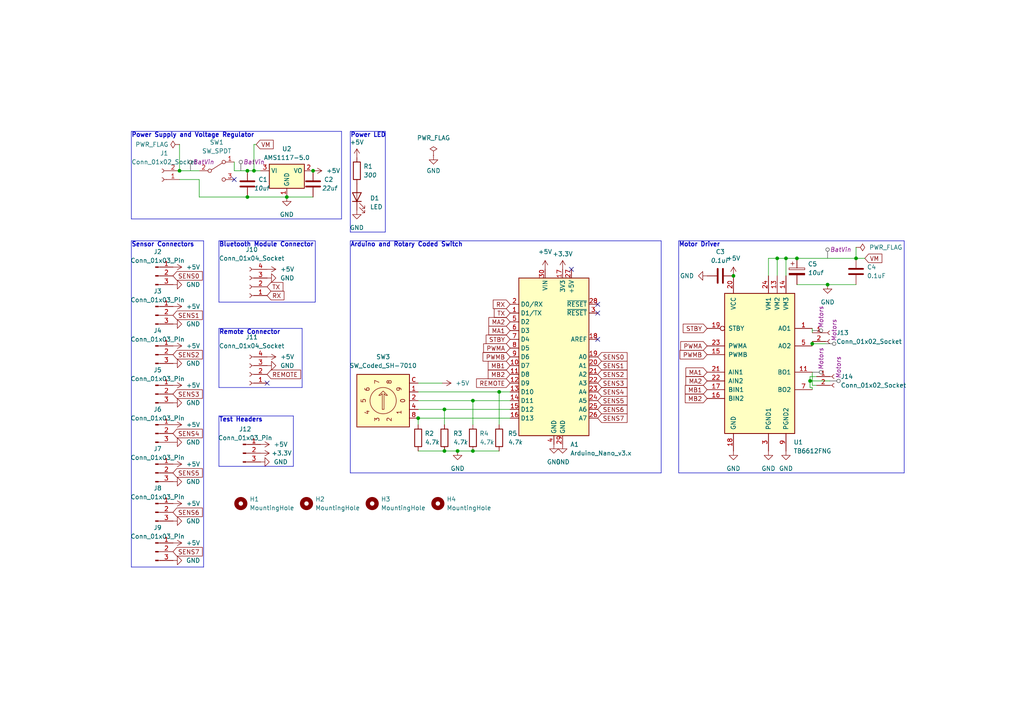
<source format=kicad_sch>
(kicad_sch (version 20230121) (generator eeschema)
  (paper "A4")
  (title_block (title "DenjuDivision_Tei_Minisumo_Board") (date "2024-01-13") (rev "1") (company "DENJU DIVISION") (comment 1 "Design by: Tenkai Cruz") (comment 2 "@tenn.bots"))
  (lib_symbols
    (symbol "Connector:Conn_01x02_Socket" (pin_names (offset 1.016) hide)
      (property "Reference" "J" (at 0 2.54 0))
      (property "Value" "Conn_01x02_Socket" (at 0 -5.08 0))
      (symbol "Conn_01x02_Socket_1_1"
        (arc (start 0 -2.032) (mid -0.5058 -2.54) (end 0 -3.048) (stroke (width 0.1524)))
        (polyline (pts (xy -1.27 -2.54) (xy -0.508 -2.54)) (stroke (width 0.1524)))
        (polyline (pts (xy -1.27 0) (xy -0.508 0)) (stroke (width 0.1524)))
        (arc (start 0 0.508) (mid -0.5058 0) (end 0 -0.508) (stroke (width 0.1524)))
        (pin passive line (at -5.08 0 0) (length 3.81) (name "Pin_1") (number "1"))
        (pin passive line (at -5.08 -2.54 0) (length 3.81) (name "Pin_2") (number "2"))
      )
    )
    (symbol "Connector:Conn_01x03_Pin" (pin_names (offset 1.016) hide)
      (property "Reference" "J" (at 0 5.08 0))
      (property "Value" "Conn_01x03_Pin" (at 0 -5.08 0))
      (symbol "Conn_01x03_Pin_1_1"
        (polyline (pts (xy 1.27 -2.54) (xy 0.8636 -2.54)) (stroke (width 0.1524)))
        (polyline (pts (xy 1.27 0) (xy 0.8636 0)) (stroke (width 0.1524)))
        (polyline (pts (xy 1.27 2.54) (xy 0.8636 2.54)) (stroke (width 0.1524)))
        (rectangle (start 0.8636 -2.413) (end 0 -2.667) (stroke (width 0.1524)) (fill (type outline)))
        (rectangle (start 0.8636 0.127) (end 0 -0.127) (stroke (width 0.1524)) (fill (type outline)))
        (rectangle (start 0.8636 2.667) (end 0 2.413) (stroke (width 0.1524)) (fill (type outline)))
        (pin passive line (at 5.08 2.54 180) (length 3.81) (name "Pin_1") (number "1"))
        (pin passive line (at 5.08 0 180) (length 3.81) (name "Pin_2") (number "2"))
        (pin passive line (at 5.08 -2.54 180) (length 3.81) (name "Pin_3") (number "3"))
      )
    )
    (symbol "Connector:Conn_01x04_Socket" (pin_names (offset 1.016) hide)
      (property "Reference" "J" (at 0 5.08 0))
      (property "Value" "Conn_01x04_Socket" (at 0 -7.62 0))
      (symbol "Conn_01x04_Socket_1_1"
        (arc (start 0 -4.572) (mid -0.5058 -5.08) (end 0 -5.588) (stroke (width 0.1524)))
        (arc (start 0 -2.032) (mid -0.5058 -2.54) (end 0 -3.048) (stroke (width 0.1524)))
        (polyline (pts (xy -1.27 -5.08) (xy -0.508 -5.08)) (stroke (width 0.1524)))
        (polyline (pts (xy -1.27 -2.54) (xy -0.508 -2.54)) (stroke (width 0.1524)))
        (polyline (pts (xy -1.27 0) (xy -0.508 0)) (stroke (width 0.1524)))
        (polyline (pts (xy -1.27 2.54) (xy -0.508 2.54)) (stroke (width 0.1524)))
        (arc (start 0 0.508) (mid -0.5058 0) (end 0 -0.508) (stroke (width 0.1524)))
        (arc (start 0 3.048) (mid -0.5058 2.54) (end 0 2.032) (stroke (width 0.1524)))
        (pin passive line (at -5.08 2.54 0) (length 3.81) (name "Pin_1") (number "1"))
        (pin passive line (at -5.08 0 0) (length 3.81) (name "Pin_2") (number "2"))
        (pin passive line (at -5.08 -2.54 0) (length 3.81) (name "Pin_3") (number "3"))
        (pin passive line (at -5.08 -5.08 0) (length 3.81) (name "Pin_4") (number "4"))
      )
    )
    (symbol "Device:C" (pin_numbers hide) (pin_names (offset 0.254))
      (property "Reference" "C" (at 0.635 2.54 0))
      (property "Value" "C" (at 0.635 -2.54 0))
      (symbol "C_0_1"
        (polyline (pts (xy -2.032 -0.762) (xy 2.032 -0.762)) (stroke (width 0.508)))
        (polyline (pts (xy -2.032 0.762) (xy 2.032 0.762)) (stroke (width 0.508)))
      )
      (symbol "C_1_1"
        (pin passive line (at 0 3.81 270) (length 2.794) (name "~") (number "1"))
        (pin passive line (at 0 -3.81 90) (length 2.794) (name "~") (number "2"))
      )
    )
    (symbol "Device:C_Polarized" (pin_numbers hide) (pin_names (offset 0.254))
      (property "Reference" "C" (at 0.635 2.54 0))
      (property "Value" "C_Polarized" (at 0.635 -2.54 0))
      (symbol "C_Polarized_0_1"
        (rectangle (start -2.286 0.508) (end 2.286 1.016))
        (polyline (pts (xy -1.778 2.286) (xy -0.762 2.286)))
        (polyline (pts (xy -1.27 2.794) (xy -1.27 1.778)))
        (rectangle (start 2.286 -0.508) (end -2.286 -1.016) (fill (type outline)))
      )
      (symbol "C_Polarized_1_1"
        (pin passive line (at 0 3.81 270) (length 2.794) (name "~") (number "1"))
        (pin passive line (at 0 -3.81 90) (length 2.794) (name "~") (number "2"))
      )
    )
    (symbol "Device:LED" (pin_numbers hide) (pin_names (offset 1.016) hide)
      (property "Reference" "D" (at 0 2.54 0))
      (property "Value" "LED" (at 0 -2.54 0))
      (symbol "LED_0_1"
        (polyline (pts (xy -1.27 -1.27) (xy -1.27 1.27)) (stroke (width 0.254)))
        (polyline (pts (xy -1.27 0) (xy 1.27 0)))
        (polyline (pts (xy 1.27 -1.27) (xy 1.27 1.27) (xy -1.27 0) (xy 1.27 -1.27)) (stroke (width 0.254)))
        (polyline (pts (xy -3.048 -0.762) (xy -4.572 -2.286) (xy -3.81 -2.286) (xy -4.572 -2.286) (xy -4.572 -1.524)))
        (polyline (pts (xy -1.778 -0.762) (xy -3.302 -2.286) (xy -2.54 -2.286) (xy -3.302 -2.286) (xy -3.302 -1.524)))
      )
      (symbol "LED_1_1"
        (pin passive line (at -3.81 0 0) (length 2.54) (name "K") (number "1"))
        (pin passive line (at 3.81 0 180) (length 2.54) (name "A") (number "2"))
      )
    )
    (symbol "Device:R" (pin_numbers hide) (pin_names (offset 0))
      (property "Reference" "R" (at 2.032 0 90))
      (property "Value" "R" (at 0 0 90))
      (symbol "R_0_1"
        (rectangle (start -1.016 -2.54) (end 1.016 2.54) (stroke (width 0.254)))
      )
      (symbol "R_1_1"
        (pin passive line (at 0 3.81 270) (length 1.27) (name "~") (number "1"))
        (pin passive line (at 0 -3.81 90) (length 1.27) (name "~") (number "2"))
      )
    )
    (symbol "Driver_Motor:TB6612FNG" (pin_names (offset 1.016))
      (property "Reference" "U" (at 11.43 17.78 0))
      (property "Value" "TB6612FNG" (at 11.43 15.24 0))
      (symbol "TB6612FNG_0_1"
        (rectangle (start -10.16 20.32) (end 10.16 -20.32) (stroke (width 0.254)) (fill (type background)))
      )
      (symbol "TB6612FNG_1_1"
        (pin output line (at 15.24 10.16 180) (length 5.08) (name "AO1") (number "1"))
        (pin passive line (at 7.62 -25.4 90) (length 5.08) hide (name "PGND2") (number "10"))
        (pin output line (at 15.24 -2.54 180) (length 5.08) (name "BO1") (number "11"))
        (pin passive line (at 15.24 -2.54 180) (length 5.08) hide (name "BO1") (number "12"))
        (pin power_in line (at 5.08 25.4 270) (length 5.08) (name "VM2") (number "13"))
        (pin power_in line (at 7.62 25.4 270) (length 5.08) (name "VM3") (number "14"))
        (pin input line (at -15.24 2.54 0) (length 5.08) (name "PWMB") (number "15"))
        (pin input line (at -15.24 -10.16 0) (length 5.08) (name "BIN2") (number "16"))
        (pin input line (at -15.24 -7.62 0) (length 5.08) (name "BIN1") (number "17"))
        (pin power_in line (at -7.62 -25.4 90) (length 5.08) (name "GND") (number "18"))
        (pin input inverted (at -15.24 10.16 0) (length 5.08) (name "STBY") (number "19"))
        (pin passive line (at 15.24 10.16 180) (length 5.08) hide (name "AO1") (number "2"))
        (pin power_in line (at -7.62 25.4 270) (length 5.08) (name "VCC") (number "20"))
        (pin input line (at -15.24 -2.54 0) (length 5.08) (name "AIN1") (number "21"))
        (pin input line (at -15.24 -5.08 0) (length 5.08) (name "AIN2") (number "22"))
        (pin input line (at -15.24 5.08 0) (length 5.08) (name "PWMA") (number "23"))
        (pin power_in line (at 2.54 25.4 270) (length 5.08) (name "VM1") (number "24"))
        (pin power_in line (at 2.54 -25.4 90) (length 5.08) (name "PGND1") (number "3"))
        (pin passive line (at 2.54 -25.4 90) (length 5.08) hide (name "PGND1") (number "4"))
        (pin output line (at 15.24 5.08 180) (length 5.08) (name "AO2") (number "5"))
        (pin passive line (at 15.24 5.08 180) (length 5.08) hide (name "AO2") (number "6"))
        (pin output line (at 15.24 -7.62 180) (length 5.08) (name "BO2") (number "7"))
        (pin passive line (at 15.24 -7.62 180) (length 5.08) hide (name "BO2") (number "8"))
        (pin power_in line (at 7.62 -25.4 90) (length 5.08) (name "PGND2") (number "9"))
      )
    )
    (symbol "MCU_Module:Arduino_Nano_v3.x"
      (property "Reference" "A" (at -10.16 23.495 0))
      (property "Value" "Arduino_Nano_v3.x" (at 5.08 -24.13 0))
      (symbol "Arduino_Nano_v3.x_0_1"
        (rectangle (start -10.16 22.86) (end 10.16 -22.86) (stroke (width 0.254)) (fill (type background)))
      )
      (symbol "Arduino_Nano_v3.x_1_1"
        (pin bidirectional line (at -12.7 12.7 0) (length 2.54) (name "D1/TX") (number "1"))
        (pin bidirectional line (at -12.7 -2.54 0) (length 2.54) (name "D7") (number "10"))
        (pin bidirectional line (at -12.7 -5.08 0) (length 2.54) (name "D8") (number "11"))
        (pin bidirectional line (at -12.7 -7.62 0) (length 2.54) (name "D9") (number "12"))
        (pin bidirectional line (at -12.7 -10.16 0) (length 2.54) (name "D10") (number "13"))
        (pin bidirectional line (at -12.7 -12.7 0) (length 2.54) (name "D11") (number "14"))
        (pin bidirectional line (at -12.7 -15.24 0) (length 2.54) (name "D12") (number "15"))
        (pin bidirectional line (at -12.7 -17.78 0) (length 2.54) (name "D13") (number "16"))
        (pin power_out line (at 2.54 25.4 270) (length 2.54) (name "3V3") (number "17"))
        (pin input line (at 12.7 5.08 180) (length 2.54) (name "AREF") (number "18"))
        (pin bidirectional line (at 12.7 0 180) (length 2.54) (name "A0") (number "19"))
        (pin bidirectional line (at -12.7 15.24 0) (length 2.54) (name "D0/RX") (number "2"))
        (pin bidirectional line (at 12.7 -2.54 180) (length 2.54) (name "A1") (number "20"))
        (pin bidirectional line (at 12.7 -5.08 180) (length 2.54) (name "A2") (number "21"))
        (pin bidirectional line (at 12.7 -7.62 180) (length 2.54) (name "A3") (number "22"))
        (pin bidirectional line (at 12.7 -10.16 180) (length 2.54) (name "A4") (number "23"))
        (pin bidirectional line (at 12.7 -12.7 180) (length 2.54) (name "A5") (number "24"))
        (pin bidirectional line (at 12.7 -15.24 180) (length 2.54) (name "A6") (number "25"))
        (pin bidirectional line (at 12.7 -17.78 180) (length 2.54) (name "A7") (number "26"))
        (pin power_out line (at 5.08 25.4 270) (length 2.54) (name "+5V") (number "27"))
        (pin input line (at 12.7 15.24 180) (length 2.54) (name "~{RESET}") (number "28"))
        (pin power_in line (at 2.54 -25.4 90) (length 2.54) (name "GND") (number "29"))
        (pin input line (at 12.7 12.7 180) (length 2.54) (name "~{RESET}") (number "3"))
        (pin power_in line (at -2.54 25.4 270) (length 2.54) (name "VIN") (number "30"))
        (pin power_in line (at 0 -25.4 90) (length 2.54) (name "GND") (number "4"))
        (pin bidirectional line (at -12.7 10.16 0) (length 2.54) (name "D2") (number "5"))
        (pin bidirectional line (at -12.7 7.62 0) (length 2.54) (name "D3") (number "6"))
        (pin bidirectional line (at -12.7 5.08 0) (length 2.54) (name "D4") (number "7"))
        (pin bidirectional line (at -12.7 2.54 0) (length 2.54) (name "D5") (number "8"))
        (pin bidirectional line (at -12.7 0 0) (length 2.54) (name "D6") (number "9"))
      )
    )
    (symbol "Mechanical:MountingHole" (pin_names (offset 1.016))
      (property "Reference" "H" (at 0 5.08 0))
      (property "Value" "MountingHole" (at 0 3.175 0))
      (symbol "MountingHole_0_1"
        (circle (center 0 0) (radius 1.27) (stroke (width 1.27)))
      )
    )
    (symbol "Regulator_Linear:AMS1117-5.0"
      (property "Reference" "U" (at -3.81 3.175 0))
      (property "Value" "AMS1117-5.0" (at 0 3.175 0))
      (symbol "AMS1117-5.0_0_1"
        (rectangle (start -5.08 -5.08) (end 5.08 1.905) (stroke (width 0.254)) (fill (type background)))
      )
      (symbol "AMS1117-5.0_1_1"
        (pin power_in line (at 0 -7.62 90) (length 2.54) (name "GND") (number "1"))
        (pin power_out line (at 7.62 0 180) (length 2.54) (name "VO") (number "2"))
        (pin power_in line (at -7.62 0 0) (length 2.54) (name "VI") (number "3"))
      )
    )
    (symbol "Switch:SW_Coded_SH-7010" (pin_names hide)
      (property "Reference" "SW" (at -7.62 8.89 0))
      (property "Value" "SW_Coded_SH-7010" (at -7.62 -8.89 0))
      (symbol "SW_Coded_SH-7010_0_0"
        (text "0" (at 5.715 0 2700) (effects (font (size 1.27 1.27))))
        (text "1" (at 4.6228 -3.3528 2340) (effects (font (size 1.27 1.27))))
        (text "2" (at 1.778 -5.4356 1980) (effects (font (size 1.27 1.27))))
        (text "3" (at -1.778 -5.4356 1620) (effects (font (size 1.27 1.27))))
        (text "4" (at -4.6228 -3.3528 1260) (effects (font (size 1.27 1.27))))
        (text "5" (at -5.715 0 900) (effects (font (size 1.27 1.27))))
        (text "6" (at -4.6228 3.3528 540) (effects (font (size 1.27 1.27))))
        (text "7" (at -1.778 5.4356 180) (effects (font (size 1.27 1.27))))
        (text "8" (at 1.778 5.4356 3420) (effects (font (size 1.27 1.27))))
        (text "9" (at 4.6228 3.3528 3060) (effects (font (size 1.27 1.27))))
      )
      (symbol "SW_Coded_SH-7010_0_1"
        (polyline (pts (xy -0.254 -2.54) (xy -0.254 2.032) (xy -0.762 1.524) (xy -1.27 1.524) (xy 0 2.794) (xy 1.27 1.524) (xy 0.762 1.524) (xy 0.254 2.032) (xy 0.254 -2.54) (xy -0.254 -2.54) (xy -0.254 -2.54)))
        (circle (center 0 0) (radius 3.81))
        (rectangle (start 7.62 7.62) (end -7.62 -7.62) (stroke (width 0.254)) (fill (type background)))
      )
      (symbol "SW_Coded_SH-7010_1_1"
        (pin passive line (at 10.16 2.54 180) (length 2.54) (name "1") (number "1"))
        (pin passive line (at 10.16 0 180) (length 2.54) (name "2") (number "2"))
        (pin passive line (at 10.16 -2.54 180) (length 2.54) (name "4") (number "4"))
        (pin passive line (at 10.16 -5.08 180) (length 2.54) (name "8") (number "8"))
        (pin passive line (at 10.16 5.08 180) (length 2.54) (name "C") (number "C"))
      )
    )
    (symbol "Switch:SW_SPDT" (pin_names (offset 0) hide)
      (property "Reference" "SW" (at 0 4.318 0))
      (property "Value" "SW_SPDT" (at 0 -5.08 0))
      (symbol "SW_SPDT_0_0"
        (circle (center -2.032 0) (radius 0.508))
        (circle (center 2.032 -2.54) (radius 0.508))
      )
      (symbol "SW_SPDT_0_1"
        (polyline (pts (xy -1.524 0.254) (xy 1.651 2.286)))
        (circle (center 2.032 2.54) (radius 0.508))
      )
      (symbol "SW_SPDT_1_1"
        (pin passive line (at 5.08 2.54 180) (length 2.54) (name "A") (number "1"))
        (pin passive line (at -5.08 0 0) (length 2.54) (name "B") (number "2"))
        (pin passive line (at 5.08 -2.54 180) (length 2.54) (name "C") (number "3"))
      )
    )
    (symbol "power:+3.3V" (power) (pin_names (offset 0))
      (property "Value" "+3.3V" (at 0 3.556 0))
      (symbol "+3.3V_0_1"
        (polyline (pts (xy -0.762 1.27) (xy 0 2.54)))
        (polyline (pts (xy 0 0) (xy 0 2.54)))
        (polyline (pts (xy 0 2.54) (xy 0.762 1.27)))
      )
      (symbol "+3.3V_1_1"
        (pin power_in line (at 0 0 90) (length 0) hide (name "+3.3V") (number "1"))
      )
    )
    (symbol "power:+5V" (power) (pin_names (offset 0))
      (property "Value" "+5V" (at 0 3.556 0))
      (symbol "+5V_0_1"
        (polyline (pts (xy -0.762 1.27) (xy 0 2.54)))
        (polyline (pts (xy 0 0) (xy 0 2.54)))
        (polyline (pts (xy 0 2.54) (xy 0.762 1.27)))
      )
      (symbol "+5V_1_1"
        (pin power_in line (at 0 0 90) (length 0) hide (name "+5V") (number "1"))
      )
    )
    (symbol "power:GND" (power) (pin_names (offset 0))
      (property "Value" "GND" (at 0 -3.81 0))
      (symbol "GND_0_1"
        (polyline (pts (xy 0 0) (xy 0 -1.27) (xy 1.27 -1.27) (xy 0 -2.54) (xy -1.27 -1.27) (xy 0 -1.27)))
      )
      (symbol "GND_1_1"
        (pin power_in line (at 0 0 270) (length 0) hide (name "GND") (number "1"))
      )
    )
    (symbol "power:PWR_FLAG" (power) (pin_numbers hide) (pin_names (offset 0) hide)
      (property "Value" "PWR_FLAG" (at 0 3.81 0))
      (symbol "PWR_FLAG_0_0"
        (pin power_out line (at 0 0 90) (length 0) (name "pwr") (number "1"))
      )
      (symbol "PWR_FLAG_0_1"
        (polyline (pts (xy 0 0) (xy 0 1.27) (xy -1.016 1.905) (xy 0 2.54) (xy 1.016 1.905) (xy 0 1.27)))
      )
    )
  )
  (junction (at 132.715 130.81))
  (junction (at 83.185 57.15))
  (junction (at 71.755 57.15))
  (junction (at 128.905 130.81))
  (junction (at 73.66 49.53))
  (junction (at 231.14 74.93))
  (junction (at 227.965 74.93))
  (junction (at 71.755 49.53))
  (junction (at 248.285 74.93))
  (junction (at 121.285 121.285))
  (junction (at 52.07 49.53))
  (junction (at 137.16 116.205))
  (junction (at 234.95 110.49))
  (junction (at 235.585 99.695))
  (junction (at 137.16 130.81))
  (junction (at 240.03 82.55))
  (junction (at 225.425 74.93))
  (junction (at 90.805 49.53))
  (junction (at 128.905 118.745))
  (junction (at 212.725 80.01))
  (junction (at 144.78 113.665))
  (no_connect (at 173.355 98.425))
  (no_connect (at 67.945 52.07))
  (no_connect (at 77.47 111.125))
  (no_connect (at 165.735 78.105))
  (no_connect (at 173.355 90.805))
  (no_connect (at 173.355 88.265))
  (wire (pts (xy 132.715 130.81) (xy 137.16 130.81)))
  (polyline (pts (xy 38.1 38.1) (xy 99.06 38.1)))
  (wire (pts (xy 121.285 113.665) (xy 144.78 113.665)))
  (wire (pts (xy 227.965 74.93) (xy 227.965 80.01)))
  (wire (pts (xy 121.285 121.285) (xy 121.285 123.19)))
  (wire (pts (xy 137.16 130.81) (xy 144.78 130.81)))
  (polyline (pts (xy 101.6 69.85) (xy 101.6 137.16)))
  (polyline (pts (xy 111.76 67.31) (xy 111.76 38.1)))
  (wire (pts (xy 73.66 49.53) (xy 75.565 49.53)))
  (wire (pts (xy 128.905 118.745) (xy 128.905 123.19)))
  (wire (pts (xy 144.78 113.665) (xy 144.78 123.19)))
  (wire (pts (xy 236.855 111.76) (xy 235.585 111.76)))
  (wire (pts (xy 52.07 52.07) (xy 57.785 52.07)))
  (wire (pts (xy 128.905 130.81) (xy 132.715 130.81)))
  (wire (pts (xy 71.755 49.53) (xy 73.66 49.53)))
  (wire (pts (xy 121.285 116.205) (xy 137.16 116.205)))
  (wire (pts (xy 121.285 111.125) (xy 128.27 111.125)))
  (wire (pts (xy 239.395 99.695) (xy 235.585 99.695)))
  (wire (pts (xy 225.425 74.93) (xy 227.965 74.93)))
  (polyline (pts (xy 91.44 87.63) (xy 91.44 69.85)))
  (wire (pts (xy 121.285 118.745) (xy 128.905 118.745)))
  (polyline (pts (xy 63.5 120.65) (xy 63.5 135.255)))
  (wire (pts (xy 235.585 112.395) (xy 234.95 112.395)))
  (polyline (pts (xy 63.5 87.63) (xy 91.44 87.63)))
  (wire (pts (xy 128.905 118.745) (xy 147.955 118.745)))
  (polyline (pts (xy 262.255 137.16) (xy 262.255 69.85)))
  (wire (pts (xy 52.07 41.91) (xy 52.07 49.53)))
  (wire (pts (xy 235.585 107.95) (xy 235.585 111.76)))
  (polyline (pts (xy 38.1 164.465) (xy 59.055 164.465)))
  (polyline (pts (xy 191.77 137.16) (xy 191.77 69.85)))
  (wire (pts (xy 234.95 110.49) (xy 234.95 112.395)))
  (wire (pts (xy 240.03 82.55) (xy 248.285 82.55)))
  (wire (pts (xy 222.885 74.93) (xy 222.885 80.01)))
  (wire (pts (xy 240.665 110.49) (xy 234.95 110.49)))
  (wire (pts (xy 234.95 109.22) (xy 234.95 110.49)))
  (wire (pts (xy 83.185 57.15) (xy 90.805 57.15)))
  (wire (pts (xy 52.07 49.53) (xy 57.785 49.53)))
  (polyline (pts (xy 59.055 164.465) (xy 59.055 69.85)))
  (wire (pts (xy 71.755 57.15) (xy 83.185 57.15)))
  (wire (pts (xy 231.14 82.55) (xy 240.03 82.55)))
  (wire (pts (xy 248.285 71.755) (xy 248.285 74.93)))
  (wire (pts (xy 235.585 95.25) (xy 235.585 96.52)))
  (polyline (pts (xy 63.5 95.25) (xy 63.5 112.395)))
  (polyline (pts (xy 63.5 69.85) (xy 91.44 69.85)))
  (wire (pts (xy 235.585 99.695) (xy 235.585 100.33)))
  (wire (pts (xy 57.785 57.15) (xy 71.755 57.15)))
  (polyline (pts (xy 63.5 112.395) (xy 87.63 112.395)))
  (polyline (pts (xy 63.5 95.25) (xy 87.63 95.25)))
  (polyline (pts (xy 101.6 67.31) (xy 111.76 67.31)))
  (wire (pts (xy 227.965 74.93) (xy 231.14 74.93)))
  (wire (pts (xy 73.66 41.91) (xy 74.295 41.91)))
  (polyline (pts (xy 101.6 38.1) (xy 111.76 38.1)))
  (polyline (pts (xy 38.1 69.85) (xy 59.055 69.85)))
  (polyline (pts (xy 101.6 38.1) (xy 101.6 67.31)))
  (polyline (pts (xy 63.5 135.255) (xy 85.09 135.255)))
  (polyline (pts (xy 38.1 63.5) (xy 99.06 63.5)))
  (wire (pts (xy 137.16 116.205) (xy 137.16 123.19)))
  (wire (pts (xy 231.14 74.93) (xy 248.285 74.93)))
  (wire (pts (xy 121.285 130.81) (xy 128.905 130.81)))
  (wire (pts (xy 121.285 121.285) (xy 147.955 121.285)))
  (wire (pts (xy 235.585 99.06) (xy 235.585 99.695)))
  (polyline (pts (xy 63.5 120.65) (xy 85.09 120.65)))
  (polyline (pts (xy 38.1 69.85) (xy 38.1 164.465)))
  (wire (pts (xy 144.78 113.665) (xy 147.955 113.665)))
  (wire (pts (xy 222.885 74.93) (xy 225.425 74.93)))
  (polyline (pts (xy 196.85 137.16) (xy 262.255 137.16)))
  (polyline (pts (xy 85.09 135.255) (xy 85.09 120.65)))
  (polyline (pts (xy 101.6 137.16) (xy 191.77 137.16)))
  (polyline (pts (xy 38.1 38.1) (xy 38.1 63.5)))
  (wire (pts (xy 57.785 52.07) (xy 57.785 57.15)))
  (polyline (pts (xy 63.5 69.85) (xy 63.5 87.63)))
  (wire (pts (xy 137.16 116.205) (xy 147.955 116.205)))
  (wire (pts (xy 248.285 74.93) (xy 250.825 74.93)))
  (polyline (pts (xy 99.06 63.5) (xy 99.06 38.1)))
  (polyline (pts (xy 196.85 69.85) (xy 262.255 69.85)))
  (wire (pts (xy 73.66 49.53) (xy 73.66 41.91)))
  (wire (pts (xy 234.95 109.22) (xy 236.855 109.22)))
  (wire (pts (xy 67.945 46.99) (xy 67.945 49.53)))
  (polyline (pts (xy 101.6 69.85) (xy 191.77 69.85)))
  (wire (pts (xy 225.425 74.93) (xy 225.425 80.01)))
  (polyline (pts (xy 196.85 69.85) (xy 196.85 137.16)))
  (polyline (pts (xy 87.63 112.395) (xy 87.63 95.25)))
  (wire (pts (xy 67.945 49.53) (xy 71.755 49.53)))
  (wire (pts (xy 235.585 113.03) (xy 235.585 112.395)))
  (text "Remote Connector" (at 63.5 97.155 0) (effects (font (size 1.27 1.27) bold) (justify left bottom)))
  (text "Arduino and Rotary Coded Switch" (at 101.6 71.755 0) (effects (font (size 1.27 1.27) (thickness 0.254) bold) (justify left bottom)))
  (text "Sensor Connectors" (at 38.1 71.755 0) (effects (font (size 1.27 1.27) (thickness 0.254) bold) (justify left bottom)))
  (text "Test Headers" (at 63.5 122.555 0) (effects (font (size 1.27 1.27) bold) (justify left bottom)))
  (text "Bluetooth Module Connector" (at 63.5 71.755 0) (effects (font (size 1.27 1.27) bold) (justify left bottom)))
  (text "Power Supply and Voltage Regulator" (at 38.1 40.005 0) (effects (font (size 1.27 1.27) (thickness 0.254) bold) (justify left bottom)))
  (text "Power LED" (at 101.6 40.005 0) (effects (font (size 1.27 1.27) bold) (justify left bottom)))
  (text "Motor Driver" (at 196.85 71.755 0) (effects (font (size 1.27 1.27) (thickness 0.254) bold) (justify left bottom)))
  (global_label "MA2" (shape input) (at 147.955 93.345 180) (property "Intersheetrefs" "${INTERSHEET_REFS}" (effects hide)))
  (global_label "TX" (shape input) (at 77.47 83.185 0) (property "Intersheetrefs" "${INTERSHEET_REFS}" (effects hide)))
  (global_label "SENS6" (shape input) (at 50.165 148.59 0) (property "Intersheetrefs" "${INTERSHEET_REFS}" (effects hide)))
  (global_label "SENS5" (shape input) (at 173.355 116.205 0) (property "Intersheetrefs" "${INTERSHEET_REFS}" (effects hide)))
  (global_label "SENS0" (shape input) (at 173.355 103.505 0) (property "Intersheetrefs" "${INTERSHEET_REFS}" (effects hide)))
  (global_label "MA1" (shape input) (at 147.955 95.885 180) (property "Intersheetrefs" "${INTERSHEET_REFS}" (effects hide)))
  (global_label "SENS2" (shape input) (at 173.355 108.585 0) (property "Intersheetrefs" "${INTERSHEET_REFS}" (effects hide)))
  (global_label "SENS6" (shape input) (at 173.355 118.745 0) (property "Intersheetrefs" "${INTERSHEET_REFS}" (effects hide)))
  (global_label "PWMA" (shape input) (at 205.105 100.33 180) (property "Intersheetrefs" "${INTERSHEET_REFS}" (effects hide)))
  (global_label "MA1" (shape input) (at 205.105 107.95 180) (property "Intersheetrefs" "${INTERSHEET_REFS}" (effects hide)))
  (global_label "MB1" (shape input) (at 205.105 113.03 180) (property "Intersheetrefs" "${INTERSHEET_REFS}" (effects hide)))
  (global_label "SENS5" (shape input) (at 50.165 137.16 0) (property "Intersheetrefs" "${INTERSHEET_REFS}" (effects hide)))
  (global_label "SENS3" (shape input) (at 173.355 111.125 0) (property "Intersheetrefs" "${INTERSHEET_REFS}" (effects hide)))
  (global_label "MB2" (shape input) (at 147.955 108.585 180) (property "Intersheetrefs" "${INTERSHEET_REFS}" (effects hide)))
  (global_label "SENS4" (shape input) (at 173.355 113.665 0) (property "Intersheetrefs" "${INTERSHEET_REFS}" (effects hide)))
  (global_label "STBY" (shape input) (at 147.955 98.425 180) (property "Intersheetrefs" "${INTERSHEET_REFS}" (effects hide)))
  (global_label "REMOTE" (shape input) (at 147.955 111.125 180) (property "Intersheetrefs" "${INTERSHEET_REFS}" (effects hide)))
  (global_label "MB2" (shape input) (at 205.105 115.57 180) (property "Intersheetrefs" "${INTERSHEET_REFS}" (effects hide)))
  (global_label "SENS1" (shape input) (at 173.355 106.045 0) (property "Intersheetrefs" "${INTERSHEET_REFS}" (effects hide)))
  (global_label "MA2" (shape input) (at 205.105 110.49 180) (property "Intersheetrefs" "${INTERSHEET_REFS}" (effects hide)))
  (global_label "SENS3" (shape input) (at 50.165 114.3 0) (property "Intersheetrefs" "${INTERSHEET_REFS}" (effects hide)))
  (global_label "TX" (shape input) (at 147.955 90.805 180) (property "Intersheetrefs" "${INTERSHEET_REFS}" (effects hide)))
  (global_label "VM" (shape input) (at 74.295 41.91 0) (property "Intersheetrefs" "${INTERSHEET_REFS}" (effects hide)))
  (global_label "PWMA" (shape input) (at 147.955 100.965 180) (property "Intersheetrefs" "${INTERSHEET_REFS}" (effects hide)))
  (global_label "SENS7" (shape input) (at 173.355 121.285 0) (property "Intersheetrefs" "${INTERSHEET_REFS}" (effects hide)))
  (global_label "SENS1" (shape input) (at 50.165 91.44 0) (property "Intersheetrefs" "${INTERSHEET_REFS}" (effects hide)))
  (global_label "SENS2" (shape input) (at 50.165 102.87 0) (property "Intersheetrefs" "${INTERSHEET_REFS}" (effects hide)))
  (global_label "MB1" (shape input) (at 147.955 106.045 180) (property "Intersheetrefs" "${INTERSHEET_REFS}" (effects hide)))
  (global_label "RX" (shape input) (at 77.47 85.725 0) (property "Intersheetrefs" "${INTERSHEET_REFS}" (effects hide)))
  (global_label "VM" (shape input) (at 250.825 74.93 0) (property "Intersheetrefs" "${INTERSHEET_REFS}" (effects hide)))
  (global_label "REMOTE" (shape input) (at 77.47 108.585 0) (property "Intersheetrefs" "${INTERSHEET_REFS}" (effects hide)))
  (global_label "PWMB" (shape input) (at 147.955 103.505 180) (property "Intersheetrefs" "${INTERSHEET_REFS}" (effects hide)))
  (global_label "SENS7" (shape input) (at 50.165 160.02 0) (property "Intersheetrefs" "${INTERSHEET_REFS}" (effects hide)))
  (global_label "SENS0" (shape input) (at 50.165 80.01 0) (property "Intersheetrefs" "${INTERSHEET_REFS}" (effects hide)))
  (global_label "SENS4" (shape input) (at 50.165 125.73 0) (property "Intersheetrefs" "${INTERSHEET_REFS}" (effects hide)))
  (global_label "STBY" (shape input) (at 205.105 95.25 180) (property "Intersheetrefs" "${INTERSHEET_REFS}" (effects hide)))
  (global_label "PWMB" (shape input) (at 205.105 102.87 180) (property "Intersheetrefs" "${INTERSHEET_REFS}" (effects hide)))
  (global_label "RX" (shape input) (at 147.955 88.265 180) (property "Intersheetrefs" "${INTERSHEET_REFS}" (effects hide)))
  (netclass_flag "" (length 2.54) (shape round) (at 240.03 74.93 0) (property "Netclass" "BatVin" (at 240.7285 72.39 0) (effects (font italic) (justify left))))
  (netclass_flag "" (length 2.54) (shape round) (at 239.395 99.695 270) (property "Netclass" "Motors" (at 241.935 98.9965 90) (effects (font italic) (justify left))))
  (netclass_flag "" (length 2.54) (shape round) (at 240.665 110.49 270) (property "Netclass" "Motors" (at 243.205 109.7915 90) (effects (font italic) (justify left))))
  (netclass_flag "" (length 2.54) (shape round) (at 55.245 49.53 0) (property "Netclass" "BatVin" (at 55.9435 46.99 0) (effects (font italic) (justify left))))
  (netclass_flag "" (length 2.54) (shape round) (at 235.585 107.95 270) (property "Netclass" "Motors" (at 238.125 107.2515 90) (effects (font italic) (justify left))))
  (netclass_flag "" (length 2.54) (shape round) (at 69.85 49.53 0) (property "Netclass" "BatVin" (at 70.5485 46.99 0) (effects (font italic) (justify left))))
  (netclass_flag "" (length 2.54) (shape round) (at 235.585 95.885 270) (property "Netclass" "Motors" (at 238.125 95.1865 90) (effects (font italic) (justify left))))
  (symbol (lib_id "Mechanical:MountingHole") (at 88.9 146.05 0) (unit 1)
    (property "Reference" "H2" (at 91.44 144.78 0) (effects (justify left)))
    (property "Value" "MountingHole" (at 91.44 147.32 0) (effects (justify left)))
    (property "Footprint" "MountingHole:MountingHole_2.2mm_M2" (effects hide))
  )
  (symbol (lib_id "Driver_Motor:TB6612FNG") (at 220.345 105.41 0) (unit 1)
    (property "Reference" "U1" (at 230.1591 128.27 0) (effects (justify left)))
    (property "Value" "TB6612FNG" (at 230.1591 130.81 0) (effects (justify left)))
    (property "Footprint" "Package_SO:SSOP-24_5.3x8.2mm_P0.65mm" (effects hide))
    (property "Datasheet" "https://toshiba.semicon-storage.com/us/product/linear/motordriver/detail.TB6612FNG.html" (effects hide))
  )
  (symbol (lib_id "power:GND") (at 50.165 116.84 90) (unit 1)
    (property "Reference" "#PWR024" (effects hide))
    (property "Value" "GND" (at 53.975 116.84 90) (effects (justify right)))
  )
  (symbol (lib_id "power:GND") (at 205.105 80.01 270) (unit 1)
    (property "Reference" "#PWR015" (effects hide))
    (property "Value" "GND" (at 201.295 80.01 90) (effects (justify right)))
  )
  (symbol (lib_id "Device:R") (at 144.78 127 0) (unit 1)
    (property "Reference" "R5" (at 147.32 125.73 0) (effects (justify left)))
    (property "Value" "4.7k" (at 147.32 128.27 0) (effects (font italic) (justify left)))
    (property "Footprint" "Resistor_SMD:R_0805_2012Metric_Pad1.20x1.40mm_HandSolder" (effects hide))
  )
  (symbol (lib_id "Connector:Conn_01x04_Socket") (at 72.39 108.585 180) (unit 1)
    (property "Reference" "J11" (at 73.025 97.79 0))
    (property "Value" "Conn_01x04_Socket" (at 73.025 100.33 0))
    (property "Footprint" "Connector_PinSocket_2.54mm:PinSocket_1x04_P2.54mm_Vertical" (effects hide))
  )
  (symbol (lib_id "power:GND") (at 83.185 57.15 0) (unit 1)
    (property "Reference" "#PWR01" (effects hide))
    (property "Value" "GND" (at 83.185 62.23 0))
  )
  (symbol (lib_id "power:GND") (at 227.965 130.81 0) (unit 1)
    (property "Reference" "#PWR011" (effects hide))
    (property "Value" "GND" (at 227.965 135.89 0))
  )
  (symbol (lib_id "Mechanical:MountingHole") (at 69.85 146.05 0) (unit 1)
    (property "Reference" "H1" (at 72.39 144.78 0) (effects (justify left)))
    (property "Value" "MountingHole" (at 72.39 147.32 0) (effects (justify left)))
    (property "Footprint" "MountingHole:MountingHole_2.2mm_M2" (effects hide))
  )
  (symbol (lib_id "power:+5V") (at 50.165 146.05 270) (unit 1)
    (property "Reference" "#PWR029" (effects hide))
    (property "Value" "+5V" (at 53.975 146.05 90) (effects (justify left)))
  )
  (symbol (lib_id "Connector:Conn_01x02_Socket") (at 240.665 96.52 0) (unit 1)
    (property "Reference" "J13" (at 242.57 96.52 0) (effects (justify left)))
    (property "Value" "Conn_01x02_Socket" (at 242.57 99.06 0) (effects (justify left)))
    (property "Footprint" "Connector_JST:JST_XH_B2B-XH-A_1x02_P2.50mm_Vertical" (effects hide))
  )
  (symbol (lib_id "power:GND") (at 212.725 130.81 0) (unit 1)
    (property "Reference" "#PWR012" (effects hide))
    (property "Value" "GND" (at 212.725 135.89 0))
  )
  (symbol (lib_id "Connector:Conn_01x04_Socket") (at 72.39 83.185 180) (unit 1)
    (property "Reference" "J10" (at 73.025 72.39 0))
    (property "Value" "Conn_01x04_Socket" (at 73.025 74.93 0))
    (property "Footprint" "Connector_PinSocket_2.54mm:PinSocket_1x04_P2.54mm_Vertical" (effects hide))
  )
  (symbol (lib_id "power:+5V") (at 50.165 123.19 270) (unit 1)
    (property "Reference" "#PWR025" (effects hide))
    (property "Value" "+5V" (at 53.975 123.19 90) (effects (justify left)))
  )
  (symbol (lib_id "Connector:Conn_01x03_Pin") (at 45.085 160.02 0) (unit 1)
    (property "Reference" "J9" (at 45.72 153.035 0))
    (property "Value" "Conn_01x03_Pin" (at 45.72 155.575 0))
    (property "Footprint" "Connector_PinHeader_2.54mm:PinHeader_1x03_P2.54mm_Vertical" (effects hide))
  )
  (symbol (lib_id "Device:C") (at 90.805 53.34 0) (unit 1)
    (property "Reference" "C2" (at 93.98 52.07 0) (effects (justify left)))
    (property "Value" "22uf" (at 93.345 54.61 0) (effects (font italic) (justify left)))
    (property "Footprint" "Capacitor_SMD:C_0805_2012Metric_Pad1.18x1.45mm_HandSolder" (effects hide))
  )
  (symbol (lib_id "power:+5V") (at 103.505 45.72 0) (unit 1)
    (property "Reference" "#PWR06" (effects hide))
    (property "Value" "+5V" (at 103.505 41.275 0))
  )
  (symbol (lib_id "Device:C") (at 248.285 78.74 180) (unit 1)
    (property "Reference" "C4" (at 251.46 77.47 0) (effects (justify right)))
    (property "Value" "0.1uF" (at 251.46 80.01 0) (effects (justify right)))
    (property "Footprint" "Capacitor_SMD:C_0805_2012Metric_Pad1.18x1.45mm_HandSolder" (effects hide))
  )
  (symbol (lib_id "power:+5V") (at 50.165 88.9 270) (unit 1)
    (property "Reference" "#PWR019" (effects hide))
    (property "Value" "+5V" (at 53.975 88.9 90) (effects (justify left)))
  )
  (symbol (lib_id "power:+5V") (at 50.165 111.76 270) (unit 1)
    (property "Reference" "#PWR023" (effects hide))
    (property "Value" "+5V" (at 53.975 111.76 90) (effects (justify left)))
  )
  (symbol (lib_id "Connector:Conn_01x03_Pin") (at 45.085 137.16 0) (unit 1)
    (property "Reference" "J7" (at 45.72 130.175 0))
    (property "Value" "Conn_01x03_Pin" (at 45.72 132.715 0))
    (property "Footprint" "Connector_PinHeader_2.54mm:PinHeader_1x03_P2.54mm_Vertical" (effects hide))
  )
  (symbol (lib_id "power:GND") (at 50.165 82.55 90) (unit 1)
    (property "Reference" "#PWR018" (effects hide))
    (property "Value" "GND" (at 53.975 82.55 90) (effects (justify right)))
  )
  (symbol (lib_id "power:GND") (at 75.565 133.985 90) (unit 1)
    (property "Reference" "#PWR037" (effects hide))
    (property "Value" "GND" (at 79.375 133.985 90) (effects (justify right)))
  )
  (symbol (lib_id "power:GND") (at 160.655 128.905 0) (unit 1)
    (property "Reference" "#PWR07" (effects hide))
    (property "Value" "GND" (at 160.655 133.985 0))
  )
  (symbol (lib_id "Connector:Conn_01x03_Pin") (at 45.085 80.01 0) (unit 1)
    (property "Reference" "J2" (at 45.72 73.025 0))
    (property "Value" "Conn_01x03_Pin" (at 45.72 75.565 0))
    (property "Footprint" "Connector_PinHeader_2.54mm:PinHeader_1x03_P2.54mm_Vertical" (effects hide))
  )
  (symbol (lib_id "power:GND") (at 50.165 162.56 90) (unit 1)
    (property "Reference" "#PWR032" (effects hide))
    (property "Value" "GND" (at 53.975 162.56 90) (effects (justify right)))
  )
  (symbol (lib_id "Mechanical:MountingHole") (at 127 146.05 0) (unit 1)
    (property "Reference" "H4" (at 129.54 144.78 0) (effects (justify left)))
    (property "Value" "MountingHole" (at 129.54 147.32 0) (effects (justify left)))
    (property "Footprint" "MountingHole:MountingHole_2.2mm_M2" (effects hide))
  )
  (symbol (lib_id "Switch:SW_Coded_SH-7010") (at 111.125 116.205 0) (unit 1)
    (property "Reference" "SW3" (at 111.125 103.505 0))
    (property "Value" "SW_Coded_SH-7010" (at 111.125 106.045 0))
    (property "Footprint" "Button_Switch_SMD:Nidec_Copal_SH-7010A" (effects hide))
    (property "Datasheet" "https://www.nidec-copal-electronics.com/e/catalog/switch/sh-7000.pdf" (effects hide))
  )
  (symbol (lib_id "Device:C_Polarized") (at 231.14 78.74 0) (unit 1)
    (property "Reference" "C5" (at 234.315 76.581 0) (effects (justify left)))
    (property "Value" "10uf" (at 234.315 79.121 0) (effects (font italic) (justify left)))
    (property "Footprint" "Capacitor_Tantalum_SMD:CP_EIA-3216-18_Kemet-A" (effects hide))
  )
  (symbol (lib_id "Connector:Conn_01x03_Pin") (at 45.085 91.44 0) (unit 1)
    (property "Reference" "J3" (at 45.72 84.455 0))
    (property "Value" "Conn_01x03_Pin" (at 45.72 86.995 0))
    (property "Footprint" "Connector_PinHeader_2.54mm:PinHeader_1x03_P2.54mm_Vertical" (effects hide))
  )
  (symbol (lib_id "power:+5V") (at 212.725 80.01 0) (unit 1)
    (property "Reference" "#PWR09" (effects hide))
    (property "Value" "+5V" (at 212.725 74.93 0))
  )
  (symbol (lib_id "power:GND") (at 77.47 106.045 90) (unit 1)
    (property "Reference" "#PWR042" (effects hide))
    (property "Value" "GND" (at 81.28 106.045 90) (effects (justify right)))
  )
  (symbol (lib_id "power:GND") (at 77.47 80.645 90) (unit 1)
    (property "Reference" "#PWR034" (effects hide))
    (property "Value" "GND" (at 81.28 80.645 90) (effects (justify right)))
  )
  (symbol (lib_id "Device:R") (at 128.905 127 0) (unit 1)
    (property "Reference" "R3" (at 131.445 125.73 0) (effects (justify left)))
    (property "Value" "4.7k" (at 131.445 128.27 0) (effects (font italic) (justify left)))
    (property "Footprint" "Resistor_SMD:R_0805_2012Metric_Pad1.20x1.40mm_HandSolder" (effects hide))
  )
  (symbol (lib_id "Connector:Conn_01x03_Pin") (at 70.485 131.445 0) (unit 1)
    (property "Reference" "J12" (at 71.12 124.46 0))
    (property "Value" "Conn_01x03_Pin" (at 71.12 127 0))
    (property "Footprint" "Connector_PinHeader_2.54mm:PinHeader_1x03_P2.54mm_Vertical" (effects hide))
  )
  (symbol (lib_id "power:GND") (at 240.03 82.55 0) (unit 1)
    (property "Reference" "#PWR016" (effects hide))
    (property "Value" "GND" (at 240.03 87.63 0))
  )
  (symbol (lib_id "power:GND") (at 222.885 130.81 0) (unit 1)
    (property "Reference" "#PWR010" (effects hide))
    (property "Value" "GND" (at 222.885 135.89 0))
  )
  (symbol (lib_id "Connector:Conn_01x03_Pin") (at 45.085 102.87 0) (unit 1)
    (property "Reference" "J4" (at 45.72 95.885 0))
    (property "Value" "Conn_01x03_Pin" (at 45.72 98.425 0))
    (property "Footprint" "Connector_PinHeader_2.54mm:PinHeader_1x03_P2.54mm_Vertical" (effects hide))
  )
  (symbol (lib_id "power:GND") (at 50.165 93.98 90) (unit 1)
    (property "Reference" "#PWR020" (effects hide))
    (property "Value" "GND" (at 53.975 93.98 90) (effects (justify right)))
  )
  (symbol (lib_id "Switch:SW_SPDT") (at 62.865 49.53 0) (unit 1)
    (property "Reference" "SW1" (at 62.865 41.275 0))
    (property "Value" "SW_SPDT" (at 62.865 43.815 0))
    (property "Footprint" "Button_Switch_SMD:SW_SPDT_PCM12" (effects hide))
  )
  (symbol (lib_id "Device:R") (at 137.16 127 0) (unit 1)
    (property "Reference" "R4" (at 139.065 125.73 0) (effects (justify left)))
    (property "Value" "4.7k" (at 139.065 128.27 0) (effects (font italic) (justify left)))
    (property "Footprint" "Resistor_SMD:R_0805_2012Metric_Pad1.20x1.40mm_HandSolder" (effects hide))
  )
  (symbol (lib_id "power:+5V") (at 50.165 134.62 270) (unit 1)
    (property "Reference" "#PWR027" (effects hide))
    (property "Value" "+5V" (at 53.975 134.62 90) (effects (justify left)))
  )
  (symbol (lib_id "power:GND") (at 125.73 45.085 0) (unit 1)
    (property "Reference" "#PWR013" (effects hide))
    (property "Value" "GND" (at 125.73 49.53 0))
  )
  (symbol (lib_id "power:+3.3V") (at 75.565 131.445 270) (unit 1)
    (property "Reference" "#PWR036" (effects hide))
    (property "Value" "+3.3V" (at 78.74 131.445 90) (effects (justify left)))
  )
  (symbol (lib_id "Regulator_Linear:AMS1117-5.0") (at 83.185 49.53 0) (unit 1)
    (property "Reference" "U2" (at 83.185 43.18 0))
    (property "Value" "AMS1117-5.0" (at 83.185 45.72 0))
    (property "Footprint" "Package_TO_SOT_SMD:SOT-223-3_TabPin2" (effects hide))
    (property "Datasheet" "http://www.advanced-monolithic.com/pdf/ds1117.pdf" (effects hide))
  )
  (symbol (lib_id "power:+5V") (at 77.47 103.505 270) (unit 1)
    (property "Reference" "#PWR041" (effects hide))
    (property "Value" "+5V" (at 81.28 103.505 90) (effects (justify left)))
  )
  (symbol (lib_id "power:+5V") (at 158.115 78.105 0) (unit 1)
    (property "Reference" "#PWR04" (effects hide))
    (property "Value" "+5V" (at 158.115 73.025 0))
  )
  (symbol (lib_id "power:+5V") (at 128.27 111.125 270) (unit 1)
    (property "Reference" "#PWR03" (effects hide))
    (property "Value" "+5V" (at 132.08 111.125 90) (effects (justify left)))
  )
  (symbol (lib_id "Connector:Conn_01x02_Socket") (at 241.935 109.22 0) (unit 1)
    (property "Reference" "J14" (at 243.84 109.22 0) (effects (justify left)))
    (property "Value" "Conn_01x02_Socket" (at 243.84 111.76 0) (effects (justify left)))
    (property "Footprint" "Connector_JST:JST_XH_B2B-XH-A_1x02_P2.50mm_Vertical" (effects hide))
  )
  (symbol (lib_id "Connector:Conn_01x02_Socket") (at 46.99 52.07 180) (unit 1)
    (property "Reference" "J1" (at 47.625 44.45 0))
    (property "Value" "Conn_01x02_Socket" (at 47.625 46.99 0))
    (property "Footprint" "Connector_AMASS:AMASS_XT30U-F_1x02_P5.0mm_Vertical" (effects hide))
  )
  (symbol (lib_id "power:+5V") (at 50.165 77.47 270) (unit 1)
    (property "Reference" "#PWR017" (effects hide))
    (property "Value" "+5V" (at 53.975 77.47 90) (effects (justify left)))
  )
  (symbol (lib_id "MCU_Module:Arduino_Nano_v3.x") (at 160.655 103.505 0) (unit 1)
    (property "Reference" "A1" (at 165.3891 128.905 0) (effects (justify left)))
    (property "Value" "Arduino_Nano_v3.x" (at 165.3891 131.445 0) (effects (justify left)))
    (property "Footprint" "Module:Arduino_Nano" (effects hide))
    (property "Datasheet" "http://www.mouser.com/pdfdocs/Gravitech_Arduino_Nano3_0.pdf" (effects hide))
  )
  (symbol (lib_id "power:PWR_FLAG") (at 248.285 71.755 270) (unit 1)
    (property "Reference" "#FLG03" (effects hide))
    (property "Value" "PWR_FLAG" (at 252.095 71.755 90) (effects (justify left)))
  )
  (symbol (lib_id "Connector:Conn_01x03_Pin") (at 45.085 125.73 0) (unit 1)
    (property "Reference" "J6" (at 45.72 118.745 0))
    (property "Value" "Conn_01x03_Pin" (at 45.72 121.285 0))
    (property "Footprint" "Connector_PinHeader_2.54mm:PinHeader_1x03_P2.54mm_Vertical" (effects hide))
  )
  (symbol (lib_id "Mechanical:MountingHole") (at 107.95 146.05 0) (unit 1)
    (property "Reference" "H3" (at 110.49 144.78 0) (effects (justify left)))
    (property "Value" "MountingHole" (at 110.49 147.32 0) (effects (justify left)))
    (property "Footprint" "MountingHole:MountingHole_2.2mm_M2" (effects hide))
  )
  (symbol (lib_id "power:+3.3V") (at 163.195 78.105 0) (unit 1)
    (property "Reference" "#PWR035" (effects hide))
    (property "Value" "+3.3V" (at 163.195 73.66 0))
  )
  (symbol (lib_id "power:GND") (at 50.165 151.13 90) (unit 1)
    (property "Reference" "#PWR030" (effects hide))
    (property "Value" "GND" (at 53.975 151.13 90) (effects (justify right)))
  )
  (symbol (lib_id "Device:LED") (at 103.505 57.15 90) (unit 1)
    (property "Reference" "D1" (at 107.315 57.4675 90) (effects (justify right)))
    (property "Value" "LED" (at 107.315 60.0075 90) (effects (justify right)))
    (property "Footprint" "LED_SMD:LED_0805_2012Metric_Pad1.15x1.40mm_HandSolder" (effects hide))
  )
  (symbol (lib_id "power:GND") (at 50.165 128.27 90) (unit 1)
    (property "Reference" "#PWR026" (effects hide))
    (property "Value" "GND" (at 53.975 128.27 90) (effects (justify right)))
  )
  (symbol (lib_id "power:GND") (at 50.165 105.41 90) (unit 1)
    (property "Reference" "#PWR022" (effects hide))
    (property "Value" "GND" (at 53.975 105.41 90) (effects (justify right)))
  )
  (symbol (lib_id "power:GND") (at 163.195 128.905 0) (unit 1)
    (property "Reference" "#PWR08" (effects hide))
    (property "Value" "GND" (at 163.195 133.985 0))
  )
  (symbol (lib_id "Device:R") (at 103.505 49.53 0) (unit 1)
    (property "Reference" "R1" (at 105.41 48.26 0) (effects (justify left)))
    (property "Value" "300" (at 105.41 50.8 0) (effects (font italic) (justify left)))
    (property "Footprint" "Resistor_SMD:R_0805_2012Metric_Pad1.20x1.40mm_HandSolder" (effects hide))
  )
  (symbol (lib_id "Device:C") (at 208.915 80.01 90) (unit 1)
    (property "Reference" "C3" (at 208.915 73.025 90))
    (property "Value" "0.1uF" (at 208.915 75.565 90) (effects (font italic)))
    (property "Footprint" "Capacitor_SMD:C_0805_2012Metric_Pad1.18x1.45mm_HandSolder" (effects hide))
  )
  (symbol (lib_id "Connector:Conn_01x03_Pin") (at 45.085 114.3 0) (unit 1)
    (property "Reference" "J5" (at 45.72 107.315 0))
    (property "Value" "Conn_01x03_Pin" (at 45.72 109.855 0))
    (property "Footprint" "Connector_PinHeader_2.54mm:PinHeader_1x03_P2.54mm_Vertical" (effects hide))
  )
  (symbol (lib_id "power:PWR_FLAG") (at 52.07 41.91 90) (unit 1)
    (property "Reference" "#FLG01" (effects hide))
    (property "Value" "PWR_FLAG" (at 48.895 41.91 90) (effects (justify left)))
  )
  (symbol (lib_id "Device:R") (at 121.285 127 0) (unit 1)
    (property "Reference" "R2" (at 123.19 125.73 0) (effects (justify left)))
    (property "Value" "4.7k" (at 123.19 128.27 0) (effects (font italic) (justify left)))
    (property "Footprint" "Resistor_SMD:R_0805_2012Metric_Pad1.20x1.40mm_HandSolder" (effects hide))
  )
  (symbol (lib_id "power:GND") (at 132.715 130.81 0) (unit 1)
    (property "Reference" "#PWR039" (effects hide))
    (property "Value" "GND" (at 132.715 135.89 0))
  )
  (symbol (lib_id "Connector:Conn_01x03_Pin") (at 45.085 148.59 0) (unit 1)
    (property "Reference" "J8" (at 45.72 141.605 0))
    (property "Value" "Conn_01x03_Pin" (at 45.72 144.145 0))
    (property "Footprint" "Connector_PinHeader_2.54mm:PinHeader_1x03_P2.54mm_Vertical" (effects hide))
  )
  (symbol (lib_id "Device:C") (at 71.755 53.34 0) (unit 1)
    (property "Reference" "C1" (at 74.93 52.07 0) (effects (justify left)))
    (property "Value" "10uf" (at 73.66 54.61 0) (effects (font italic) (justify left)))
    (property "Footprint" "Capacitor_SMD:C_0805_2012Metric_Pad1.18x1.45mm_HandSolder" (effects hide))
  )
  (symbol (lib_id "power:GND") (at 103.505 60.96 0) (unit 1)
    (property "Reference" "#PWR05" (effects hide))
    (property "Value" "GND" (at 103.505 66.04 0))
  )
  (symbol (lib_id "power:GND") (at 50.165 139.7 90) (unit 1)
    (property "Reference" "#PWR028" (effects hide))
    (property "Value" "GND" (at 53.975 139.7 90) (effects (justify right)))
  )
  (symbol (lib_id "power:PWR_FLAG") (at 125.73 45.085 0) (unit 1)
    (property "Reference" "#FLG02" (effects hide))
    (property "Value" "PWR_FLAG" (at 125.73 40.005 0))
  )
  (symbol (lib_id "power:+5V") (at 77.47 78.105 270) (unit 1)
    (property "Reference" "#PWR033" (effects hide))
    (property "Value" "+5V" (at 81.28 78.105 90) (effects (justify left)))
  )
  (symbol (lib_id "power:+5V") (at 75.565 128.905 270) (unit 1)
    (property "Reference" "#PWR038" (effects hide))
    (property "Value" "+5V" (at 79.375 128.905 90) (effects (justify left)))
  )
  (symbol (lib_id "power:+5V") (at 50.165 100.33 270) (unit 1)
    (property "Reference" "#PWR021" (effects hide))
    (property "Value" "+5V" (at 53.975 100.33 90) (effects (justify left)))
  )
  (symbol (lib_id "power:+5V") (at 90.805 49.53 270) (unit 1)
    (property "Reference" "#PWR02" (effects hide))
    (property "Value" "+5V" (at 94.615 49.53 90) (effects (justify left)))
  )
  (symbol (lib_id "power:+5V") (at 50.165 157.48 270) (unit 1)
    (property "Reference" "#PWR031" (effects hide))
    (property "Value" "+5V" (at 53.975 157.48 90) (effects (justify left)))
  )
)
</source>
